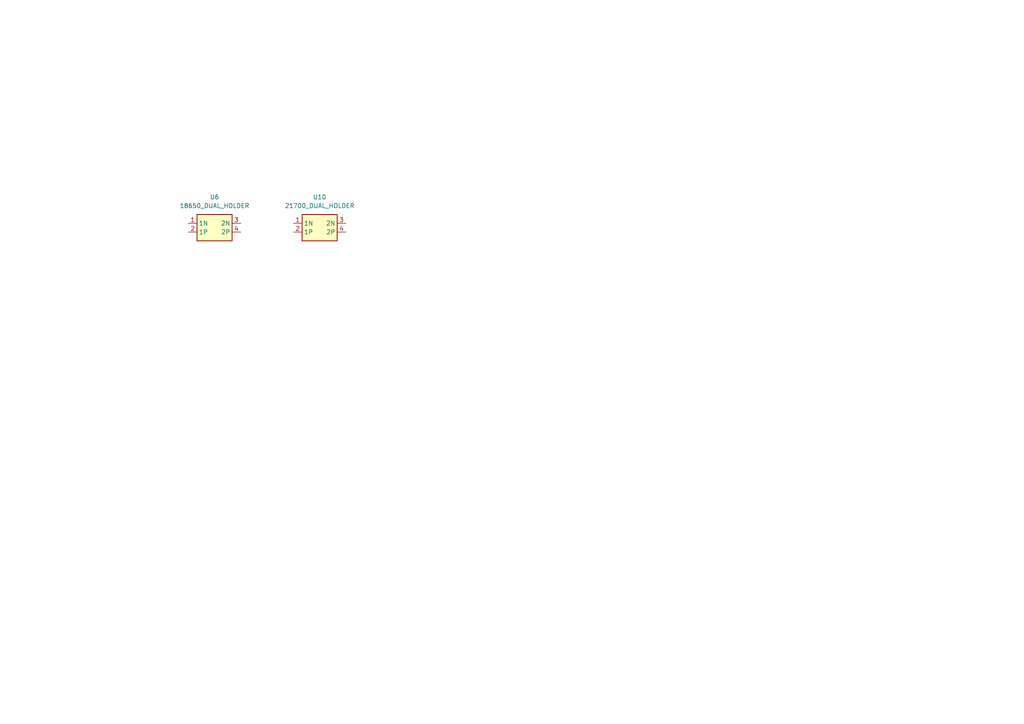
<source format=kicad_sch>
(kicad_sch (version 20250114) (generator "eeschema") (generator_version "9.0")
  (paper "A4")
  (title_block (title "THUNDER HORSE") (date "2026-01-28") (rev "1.0") (company "Chapuzas S.L."))
  (lib_symbols
    (symbol "Custom_Parts:18650_DUAL_HOLDER"
      (property "Reference" "U" (at 5.588 7.366 0))
      (property "Value" "18650_DUAL_HOLDER" (at 5.588 4.826 0))
      (symbol "18650_DUAL_HOLDER_1_1"
        (rectangle (start 5.08 2.54) (end 15.24 -5.08) (stroke (width 0.254)) (fill (type background)))
        (pin passive line (at 2.54 0 0) (length 2.54) (name "1N") (number "1"))
        (pin passive line (at 2.54 -2.54 0) (length 2.54) (name "1P") (number "2"))
        (pin passive line (at 17.78 0 180) (length 2.54) (name "2N") (number "3"))
        (pin passive line (at 17.78 -2.54 180) (length 2.54) (name "2P") (number "4"))
      )
    )
    (symbol "Custom_Parts:21700_DUAL_HOLDER"
      (property "Reference" "U" (at 5.588 7.366 0))
      (property "Value" "21700_DUAL_HOLDER" (at 5.588 4.826 0))
      (symbol "21700_DUAL_HOLDER_1_1"
        (rectangle (start 5.08 2.54) (end 15.24 -5.08) (stroke (width 0.254)) (fill (type background)))
        (pin passive line (at 2.54 0 0) (length 2.54) (name "1N") (number "1"))
        (pin passive line (at 2.54 -2.54 0) (length 2.54) (name "1P") (number "2"))
        (pin passive line (at 17.78 0 180) (length 2.54) (name "2N") (number "3"))
        (pin passive line (at 17.78 -2.54 180) (length 2.54) (name "2P") (number "4"))
      )
    )
  )
  (symbol (lib_id "Custom_Parts:18650_DUAL_HOLDER") (at 52.07 64.77 0) (unit 1)
    (property "Reference" "U6" (at 62.23 57.15 0))
    (property "Value" "18650_DUAL_HOLDER" (at 62.23 59.69 0))
    (property "Footprint" "Custom_Parts:18650_DUAL_HOLDER" (effects (hide yes)))
    (property "Datasheet" "http://www.keyelco.com/product-pdf.cfm?p=920" (effects (hide yes)))
    (property "Description" "KEYSTONE - 1048 - BATTERY HOLDER, 18650 LI-ION, 2CELL, SMD" (effects (hide yes)))
    (property "Mouser Part Number" "534-1048" (effects (hide yes)))
    (property "Mouser Price/Stock" "https://www.mouser.co.uk/ProductDetail/Keystone-Electronics/1048?qs=%2F7TOpeL5Mz5jXkg8vI8Dyw%3D%3D" (effects (hide yes)))
    (property "Manufacturer_Name" "Keystone Electronics" (effects (hide yes)))
    (property "Manufacturer_Part_Number" "1048" (effects (hide yes)))
  )
  (symbol (lib_id "Custom_Parts:21700_DUAL_HOLDER") (at 82.55 64.77 0) (unit 1)
    (property "Reference" "U10" (at 92.71 57.15 0))
    (property "Value" "21700_DUAL_HOLDER" (at 92.71 59.69 0))
    (property "Footprint" "Custom_Parts:21700_DUAL_HOLDER" (effects (hide yes)))
    (property "Datasheet" "http://www.keyelco.com/product-pdf.cfm?p=920" (effects (hide yes)))
    (property "Description" "KEYSTONE - 1048 - BATTERY HOLDER, 18650 LI-ION, 2CELL, SMD" (effects (hide yes)))
    (property "Mouser Part Number" "534-1048" (effects (hide yes)))
    (property "Mouser Price/Stock" "https://www.mouser.co.uk/ProductDetail/Keystone-Electronics/1048?qs=%2F7TOpeL5Mz5jXkg8vI8Dyw%3D%3D" (effects (hide yes)))
    (property "Manufacturer_Name" "Keystone Electronics" (effects (hide yes)))
    (property "Manufacturer_Part_Number" "1048" (effects (hide yes)))
  )
)
</source>
